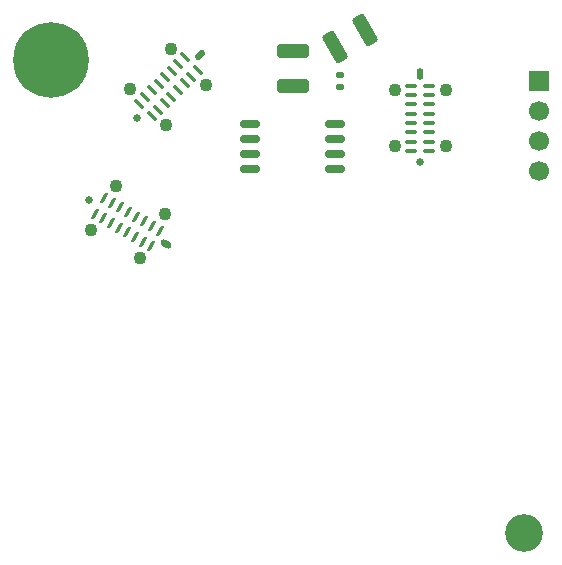
<source format=gbr>
%TF.GenerationSoftware,KiCad,Pcbnew,9.0.6*%
%TF.CreationDate,2025-11-26T00:28:20+08:00*%
%TF.ProjectId,gerber,67657262-6572-42e6-9b69-6361645f7063,rev?*%
%TF.SameCoordinates,Original*%
%TF.FileFunction,Soldermask,Top*%
%TF.FilePolarity,Negative*%
%FSLAX46Y46*%
G04 Gerber Fmt 4.6, Leading zero omitted, Abs format (unit mm)*
G04 Created by KiCad (PCBNEW 9.0.6) date 2025-11-26 00:28:20*
%MOMM*%
%LPD*%
G01*
G04 APERTURE LIST*
G04 Aperture macros list*
%AMRoundRect*
0 Rectangle with rounded corners*
0 $1 Rounding radius*
0 $2 $3 $4 $5 $6 $7 $8 $9 X,Y pos of 4 corners*
0 Add a 4 corners polygon primitive as box body*
4,1,4,$2,$3,$4,$5,$6,$7,$8,$9,$2,$3,0*
0 Add four circle primitives for the rounded corners*
1,1,$1+$1,$2,$3*
1,1,$1+$1,$4,$5*
1,1,$1+$1,$6,$7*
1,1,$1+$1,$8,$9*
0 Add four rect primitives between the rounded corners*
20,1,$1+$1,$2,$3,$4,$5,0*
20,1,$1+$1,$4,$5,$6,$7,0*
20,1,$1+$1,$6,$7,$8,$9,0*
20,1,$1+$1,$8,$9,$2,$3,0*%
%AMHorizOval*
0 Thick line with rounded ends*
0 $1 width*
0 $2 $3 position (X,Y) of the first rounded end (center of the circle)*
0 $4 $5 position (X,Y) of the second rounded end (center of the circle)*
0 Add line between two ends*
20,1,$1,$2,$3,$4,$5,0*
0 Add two circle primitives to create the rounded ends*
1,1,$1,$2,$3*
1,1,$1,$4,$5*%
G04 Aperture macros list end*
%ADD10R,1.700000X1.700000*%
%ADD11C,1.700000*%
%ADD12RoundRect,0.162500X-0.650000X-0.162500X0.650000X-0.162500X0.650000X0.162500X-0.650000X0.162500X0*%
%ADD13RoundRect,0.250000X1.100000X-0.325000X1.100000X0.325000X-1.100000X0.325000X-1.100000X-0.325000X0*%
%ADD14C,0.660000*%
%ADD15O,0.580000X1.000000*%
%ADD16RoundRect,0.075000X0.425000X-0.075000X0.425000X0.075000X-0.425000X0.075000X-0.425000X-0.075000X0*%
%ADD17C,1.100000*%
%ADD18RoundRect,0.250000X0.268542X-1.115128X0.831458X-0.790128X-0.268542X1.115128X-0.831458X0.790128X0*%
%ADD19HorizOval,0.580000X0.148492X0.148492X-0.148492X-0.148492X0*%
%ADD20RoundRect,0.075000X0.247487X-0.353553X0.353553X-0.247487X-0.247487X0.353553X-0.353553X0.247487X0*%
%ADD21HorizOval,0.580000X0.181865X-0.105000X-0.181865X0.105000X0*%
%ADD22RoundRect,0.075000X-0.277452X-0.330561X-0.147548X-0.405561X0.277452X0.330561X0.147548X0.405561X0*%
%ADD23C,3.200000*%
%ADD24RoundRect,0.140000X0.170000X-0.140000X0.170000X0.140000X-0.170000X0.140000X-0.170000X-0.140000X0*%
%ADD25C,6.400000*%
G04 APERTURE END LIST*
D10*
%TO.C,J2*%
X146289340Y-106736194D03*
D11*
X146289340Y-109276194D03*
X146289340Y-111816194D03*
X146289340Y-114356194D03*
%TD*%
D12*
%TO.C,U1*%
X121824340Y-110436194D03*
X121824340Y-111706194D03*
X121824340Y-112976194D03*
X121824340Y-114246194D03*
X128999340Y-114246194D03*
X128999340Y-112976194D03*
X128999340Y-111706194D03*
X128999340Y-110436194D03*
%TD*%
D13*
%TO.C,C2*%
X125479340Y-107196194D03*
X125479340Y-104246194D03*
%TD*%
D14*
%TO.C,J1*%
X136259340Y-113646194D03*
D15*
X136259340Y-106146194D03*
D16*
X135499340Y-112676194D03*
X135499340Y-111886194D03*
X135499340Y-111096194D03*
X135499340Y-110306194D03*
X135499340Y-109516194D03*
X135499340Y-108726194D03*
X135499340Y-107936194D03*
X135499340Y-107146194D03*
X137019340Y-107146194D03*
X137019340Y-107936194D03*
X137019340Y-108726194D03*
X137019340Y-109516194D03*
X137019340Y-110306194D03*
X137019340Y-111096194D03*
X137019340Y-111886194D03*
X137019340Y-112676194D03*
D17*
X134109340Y-112296194D03*
X138409340Y-112296194D03*
X134109340Y-107496194D03*
X138409340Y-107496194D03*
%TD*%
D18*
%TO.C,C3*%
X129030000Y-103900000D03*
X131584774Y-102425000D03*
%TD*%
D14*
%TO.C,J3*%
X112276700Y-109903300D03*
D19*
X117580000Y-104600000D03*
D20*
X112425192Y-108680006D03*
X112983806Y-108121391D03*
X113542421Y-107562777D03*
X114101035Y-107004163D03*
X114659649Y-106445548D03*
X115218264Y-105886934D03*
X115776878Y-105328320D03*
X116335492Y-104769705D03*
X117410295Y-105844508D03*
X116851680Y-106403122D03*
X116293066Y-106961736D03*
X115734452Y-107520351D03*
X115175837Y-108078965D03*
X114617223Y-108637579D03*
X114058609Y-109196194D03*
X113499994Y-109754808D03*
D17*
X111711014Y-107428427D03*
X114751573Y-110468986D03*
X115105127Y-104034314D03*
X118145686Y-107074873D03*
%TD*%
D14*
%TO.C,J4*%
X108239182Y-116842336D03*
D21*
X114734372Y-120592336D03*
D22*
X109459226Y-116669157D03*
X110143387Y-117064156D03*
X110827547Y-117459157D03*
X111511706Y-117854158D03*
X112195867Y-118249156D03*
X112880027Y-118644157D03*
X113564185Y-119039157D03*
X114248347Y-119434156D03*
X113488346Y-120750516D03*
X112804187Y-120355515D03*
X112120027Y-119960515D03*
X111435866Y-119565516D03*
X110751706Y-119170515D03*
X110067547Y-118775514D03*
X109383386Y-118380516D03*
X108699226Y-117985515D03*
D17*
X110483316Y-115655381D03*
X108333317Y-119379290D03*
X114640237Y-118055382D03*
X112490238Y-121779291D03*
%TD*%
D23*
%TO.C,H1*%
X145000000Y-145000000D03*
%TD*%
D24*
%TO.C,C1*%
X129429340Y-107236194D03*
X129429340Y-106276194D03*
%TD*%
D25*
%TO.C,H2*%
X105000000Y-105000000D03*
%TD*%
M02*

</source>
